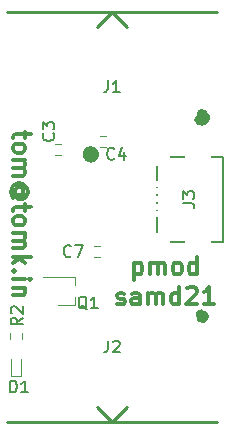
<source format=gto>
G04 #@! TF.GenerationSoftware,KiCad,Pcbnew,5.0.1*
G04 #@! TF.CreationDate,2019-04-24T11:31:07-07:00*
G04 #@! TF.ProjectId,pmod-samd21-usbu-pth,706D6F642D73616D6432312D75736275,rev?*
G04 #@! TF.SameCoordinates,PX8825afcPY9e4f580*
G04 #@! TF.FileFunction,Legend,Top*
G04 #@! TF.FilePolarity,Positive*
%FSLAX46Y46*%
G04 Gerber Fmt 4.6, Leading zero omitted, Abs format (unit mm)*
G04 Created by KiCad (PCBNEW 5.0.1) date Wed 24 Apr 2019 11:31:07 AM PDT*
%MOMM*%
%LPD*%
G01*
G04 APERTURE LIST*
%ADD10C,0.300000*%
%ADD11C,1.000000*%
%ADD12C,0.254000*%
%ADD13C,0.150000*%
%ADD14C,0.120000*%
%ADD15O,1.802000X2.642000*%
%ADD16R,1.202000X1.202000*%
%ADD17R,2.752000X0.502000*%
%ADD18C,0.652000*%
%ADD19O,2.302000X1.602000*%
%ADD20R,2.602000X1.002000*%
%ADD21R,0.702000X0.602000*%
%ADD22R,1.602000X0.552000*%
%ADD23R,0.702000X0.502000*%
%ADD24R,0.802000X0.702000*%
G04 APERTURE END LIST*
D10*
X10745328Y11411829D02*
X10745328Y9911829D01*
X10745328Y11340400D02*
X10888185Y11411829D01*
X11173900Y11411829D01*
X11316757Y11340400D01*
X11388185Y11268972D01*
X11459614Y11126115D01*
X11459614Y10697543D01*
X11388185Y10554686D01*
X11316757Y10483258D01*
X11173900Y10411829D01*
X10888185Y10411829D01*
X10745328Y10483258D01*
X12102471Y10411829D02*
X12102471Y11411829D01*
X12102471Y11268972D02*
X12173900Y11340400D01*
X12316757Y11411829D01*
X12531042Y11411829D01*
X12673900Y11340400D01*
X12745328Y11197543D01*
X12745328Y10411829D01*
X12745328Y11197543D02*
X12816757Y11340400D01*
X12959614Y11411829D01*
X13173900Y11411829D01*
X13316757Y11340400D01*
X13388185Y11197543D01*
X13388185Y10411829D01*
X14316757Y10411829D02*
X14173900Y10483258D01*
X14102471Y10554686D01*
X14031042Y10697543D01*
X14031042Y11126115D01*
X14102471Y11268972D01*
X14173900Y11340400D01*
X14316757Y11411829D01*
X14531042Y11411829D01*
X14673900Y11340400D01*
X14745328Y11268972D01*
X14816757Y11126115D01*
X14816757Y10697543D01*
X14745328Y10554686D01*
X14673900Y10483258D01*
X14531042Y10411829D01*
X14316757Y10411829D01*
X16102471Y10411829D02*
X16102471Y11911829D01*
X16102471Y10483258D02*
X15959614Y10411829D01*
X15673900Y10411829D01*
X15531042Y10483258D01*
X15459614Y10554686D01*
X15388185Y10697543D01*
X15388185Y11126115D01*
X15459614Y11268972D01*
X15531042Y11340400D01*
X15673900Y11411829D01*
X15959614Y11411829D01*
X16102471Y11340400D01*
X9316757Y7933258D02*
X9459614Y7861829D01*
X9745328Y7861829D01*
X9888185Y7933258D01*
X9959614Y8076115D01*
X9959614Y8147543D01*
X9888185Y8290400D01*
X9745328Y8361829D01*
X9531042Y8361829D01*
X9388185Y8433258D01*
X9316757Y8576115D01*
X9316757Y8647543D01*
X9388185Y8790400D01*
X9531042Y8861829D01*
X9745328Y8861829D01*
X9888185Y8790400D01*
X11245328Y7861829D02*
X11245328Y8647543D01*
X11173900Y8790400D01*
X11031042Y8861829D01*
X10745328Y8861829D01*
X10602471Y8790400D01*
X11245328Y7933258D02*
X11102471Y7861829D01*
X10745328Y7861829D01*
X10602471Y7933258D01*
X10531042Y8076115D01*
X10531042Y8218972D01*
X10602471Y8361829D01*
X10745328Y8433258D01*
X11102471Y8433258D01*
X11245328Y8504686D01*
X11959614Y7861829D02*
X11959614Y8861829D01*
X11959614Y8718972D02*
X12031042Y8790400D01*
X12173900Y8861829D01*
X12388185Y8861829D01*
X12531042Y8790400D01*
X12602471Y8647543D01*
X12602471Y7861829D01*
X12602471Y8647543D02*
X12673900Y8790400D01*
X12816757Y8861829D01*
X13031042Y8861829D01*
X13173900Y8790400D01*
X13245328Y8647543D01*
X13245328Y7861829D01*
X14602471Y7861829D02*
X14602471Y9361829D01*
X14602471Y7933258D02*
X14459614Y7861829D01*
X14173900Y7861829D01*
X14031042Y7933258D01*
X13959614Y8004686D01*
X13888185Y8147543D01*
X13888185Y8576115D01*
X13959614Y8718972D01*
X14031042Y8790400D01*
X14173900Y8861829D01*
X14459614Y8861829D01*
X14602471Y8790400D01*
X15245328Y9218972D02*
X15316757Y9290400D01*
X15459614Y9361829D01*
X15816757Y9361829D01*
X15959614Y9290400D01*
X16031042Y9218972D01*
X16102471Y9076115D01*
X16102471Y8933258D01*
X16031042Y8718972D01*
X15173900Y7861829D01*
X16102471Y7861829D01*
X17531042Y7861829D02*
X16673900Y7861829D01*
X17102471Y7861829D02*
X17102471Y9361829D01*
X16959614Y9147543D01*
X16816757Y9004686D01*
X16673900Y8933258D01*
X1540628Y22489915D02*
X1540628Y21918486D01*
X2040628Y22275629D02*
X754914Y22275629D01*
X612057Y22204200D01*
X540628Y22061343D01*
X540628Y21918486D01*
X540628Y21204200D02*
X612057Y21347058D01*
X683485Y21418486D01*
X826342Y21489915D01*
X1254914Y21489915D01*
X1397771Y21418486D01*
X1469200Y21347058D01*
X1540628Y21204200D01*
X1540628Y20989915D01*
X1469200Y20847058D01*
X1397771Y20775629D01*
X1254914Y20704200D01*
X826342Y20704200D01*
X683485Y20775629D01*
X612057Y20847058D01*
X540628Y20989915D01*
X540628Y21204200D01*
X540628Y20061343D02*
X1540628Y20061343D01*
X1397771Y20061343D02*
X1469200Y19989915D01*
X1540628Y19847058D01*
X1540628Y19632772D01*
X1469200Y19489915D01*
X1326342Y19418486D01*
X540628Y19418486D01*
X1326342Y19418486D02*
X1469200Y19347058D01*
X1540628Y19204200D01*
X1540628Y18989915D01*
X1469200Y18847058D01*
X1326342Y18775629D01*
X540628Y18775629D01*
X1254914Y17132772D02*
X1326342Y17204200D01*
X1397771Y17347058D01*
X1397771Y17489915D01*
X1326342Y17632772D01*
X1254914Y17704200D01*
X1112057Y17775629D01*
X969200Y17775629D01*
X826342Y17704200D01*
X754914Y17632772D01*
X683485Y17489915D01*
X683485Y17347058D01*
X754914Y17204200D01*
X826342Y17132772D01*
X1397771Y17132772D02*
X826342Y17132772D01*
X754914Y17061343D01*
X754914Y16989915D01*
X826342Y16847058D01*
X969200Y16775629D01*
X1326342Y16775629D01*
X1540628Y16918486D01*
X1683485Y17132772D01*
X1754914Y17418486D01*
X1683485Y17704200D01*
X1540628Y17918486D01*
X1326342Y18061343D01*
X1040628Y18132772D01*
X754914Y18061343D01*
X540628Y17918486D01*
X397771Y17704200D01*
X326342Y17418486D01*
X397771Y17132772D01*
X540628Y16918486D01*
X1540628Y16347058D02*
X1540628Y15775629D01*
X2040628Y16132772D02*
X754914Y16132772D01*
X612057Y16061343D01*
X540628Y15918486D01*
X540628Y15775629D01*
X540628Y15061343D02*
X612057Y15204200D01*
X683485Y15275629D01*
X826342Y15347058D01*
X1254914Y15347058D01*
X1397771Y15275629D01*
X1469200Y15204200D01*
X1540628Y15061343D01*
X1540628Y14847058D01*
X1469200Y14704200D01*
X1397771Y14632772D01*
X1254914Y14561343D01*
X826342Y14561343D01*
X683485Y14632772D01*
X612057Y14704200D01*
X540628Y14847058D01*
X540628Y15061343D01*
X540628Y13918486D02*
X1540628Y13918486D01*
X1397771Y13918486D02*
X1469200Y13847058D01*
X1540628Y13704200D01*
X1540628Y13489915D01*
X1469200Y13347058D01*
X1326342Y13275629D01*
X540628Y13275629D01*
X1326342Y13275629D02*
X1469200Y13204200D01*
X1540628Y13061343D01*
X1540628Y12847058D01*
X1469200Y12704200D01*
X1326342Y12632772D01*
X540628Y12632772D01*
X540628Y11918486D02*
X2040628Y11918486D01*
X1112057Y11775629D02*
X540628Y11347058D01*
X1540628Y11347058D02*
X969200Y11918486D01*
X683485Y10704200D02*
X612057Y10632772D01*
X540628Y10704200D01*
X612057Y10775629D01*
X683485Y10704200D01*
X540628Y10704200D01*
X540628Y9989915D02*
X1540628Y9989915D01*
X2040628Y9989915D02*
X1969200Y10061343D01*
X1897771Y9989915D01*
X1969200Y9918486D01*
X2040628Y9989915D01*
X1897771Y9989915D01*
X1540628Y9275629D02*
X540628Y9275629D01*
X1397771Y9275629D02*
X1469200Y9204200D01*
X1540628Y9061343D01*
X1540628Y8847058D01*
X1469200Y8704200D01*
X1326342Y8632772D01*
X540628Y8632772D01*
D11*
G04 #@! TO.C,J2*
X16589300Y6850000D02*
G75*
G03X16589300Y6850000I-100000J0D01*
G01*
D12*
X8889300Y-2100000D02*
X7619300Y-830000D01*
X10159300Y-830000D02*
X8889300Y-2100000D01*
X8889300Y-2100000D02*
X-700Y-2100000D01*
X17779300Y-2100000D02*
X8889300Y-2100000D01*
G04 #@! TO.C,J1*
X-700Y32650000D02*
X8889300Y32650000D01*
X8889300Y32650000D02*
X17779300Y32650000D01*
X7619300Y31380000D02*
X8889300Y32650000D01*
X8889300Y32650000D02*
X10159300Y31380000D01*
D11*
X16689300Y23700000D02*
G75*
G03X16689300Y23700000I-200000J0D01*
G01*
D13*
G04 #@! TO.C,J3*
X18310860Y13182620D02*
X18310860Y20382620D01*
X18310860Y13182620D02*
X12660860Y13182620D01*
X12660860Y13182620D02*
X12660860Y20382620D01*
X12660860Y20382620D02*
X18310860Y20382620D01*
D11*
G04 #@! TO.C,JP2*
X7299300Y20575000D02*
G75*
G03X7299300Y20575000I-200000J0D01*
G01*
D14*
G04 #@! TO.C,C3*
X4555300Y21436000D02*
X4055300Y21436000D01*
X4055300Y20496000D02*
X4555300Y20496000D01*
G04 #@! TO.C,C4*
X7874605Y21219392D02*
X8374605Y21219392D01*
X8374605Y22159392D02*
X7874605Y22159392D01*
G04 #@! TO.C,C7*
X7399300Y11860000D02*
X7899300Y11860000D01*
X7899300Y12800000D02*
X7399300Y12800000D01*
G04 #@! TO.C,Q1*
X5764200Y8515300D02*
X5764200Y7855300D01*
X5764200Y10185300D02*
X5764200Y9515300D01*
X5764200Y10175300D02*
X3029200Y10175300D01*
X4354200Y7855300D02*
X5764200Y7855300D01*
G04 #@! TO.C,R2*
X219300Y5468000D02*
X219300Y4968000D01*
X1279300Y4968000D02*
X1279300Y5468000D01*
G04 #@! TO.C,D1*
X312000Y1766100D02*
X1212000Y1766100D01*
X1212000Y1766100D02*
X1212000Y3216100D01*
X312000Y1766100D02*
X312000Y3216100D01*
G04 #@! TO.C,J2*
D13*
X8555966Y4797620D02*
X8555966Y4083334D01*
X8508347Y3940477D01*
X8413109Y3845239D01*
X8270252Y3797620D01*
X8175014Y3797620D01*
X8984538Y4702381D02*
X9032157Y4750000D01*
X9127395Y4797620D01*
X9365490Y4797620D01*
X9460728Y4750000D01*
X9508347Y4702381D01*
X9555966Y4607143D01*
X9555966Y4511905D01*
X9508347Y4369048D01*
X8936919Y3797620D01*
X9555966Y3797620D01*
G04 #@! TO.C,J1*
X8555966Y26847620D02*
X8555966Y26133334D01*
X8508347Y25990477D01*
X8413109Y25895239D01*
X8270252Y25847620D01*
X8175014Y25847620D01*
X9555966Y25847620D02*
X8984538Y25847620D01*
X9270252Y25847620D02*
X9270252Y26847620D01*
X9175014Y26704762D01*
X9079776Y26609524D01*
X8984538Y26561905D01*
G04 #@! TO.C,J3*
X14863240Y16449287D02*
X15577526Y16449287D01*
X15720383Y16401668D01*
X15815621Y16306430D01*
X15863240Y16163573D01*
X15863240Y16068335D01*
X14863240Y16830240D02*
X14863240Y17449287D01*
X15244193Y17115954D01*
X15244193Y17258811D01*
X15291812Y17354049D01*
X15339431Y17401668D01*
X15434669Y17449287D01*
X15672764Y17449287D01*
X15768002Y17401668D01*
X15815621Y17354049D01*
X15863240Y17258811D01*
X15863240Y16973097D01*
X15815621Y16877859D01*
X15768002Y16830240D01*
G04 #@! TO.C,C3*
X3925842Y22348734D02*
X3973461Y22301115D01*
X4021080Y22158258D01*
X4021080Y22063020D01*
X3973461Y21920162D01*
X3878223Y21824924D01*
X3782985Y21777305D01*
X3592509Y21729686D01*
X3449652Y21729686D01*
X3259176Y21777305D01*
X3163938Y21824924D01*
X3068700Y21920162D01*
X3021080Y22063020D01*
X3021080Y22158258D01*
X3068700Y22301115D01*
X3116319Y22348734D01*
X3021080Y22682067D02*
X3021080Y23301115D01*
X3402033Y22967781D01*
X3402033Y23110639D01*
X3449652Y23205877D01*
X3497271Y23253496D01*
X3592509Y23301115D01*
X3830604Y23301115D01*
X3925842Y23253496D01*
X3973461Y23205877D01*
X4021080Y23110639D01*
X4021080Y22824924D01*
X3973461Y22729686D01*
X3925842Y22682067D01*
G04 #@! TO.C,C4*
X9091633Y20227858D02*
X9044014Y20180239D01*
X8901157Y20132620D01*
X8805919Y20132620D01*
X8663061Y20180239D01*
X8567823Y20275477D01*
X8520204Y20370715D01*
X8472585Y20561191D01*
X8472585Y20704048D01*
X8520204Y20894524D01*
X8567823Y20989762D01*
X8663061Y21085000D01*
X8805919Y21132620D01*
X8901157Y21132620D01*
X9044014Y21085000D01*
X9091633Y21037381D01*
X9948776Y20799286D02*
X9948776Y20132620D01*
X9710680Y21180239D02*
X9472585Y20465953D01*
X10091633Y20465953D01*
G04 #@! TO.C,C7*
X5408633Y11972858D02*
X5361014Y11925239D01*
X5218157Y11877620D01*
X5122919Y11877620D01*
X4980061Y11925239D01*
X4884823Y12020477D01*
X4837204Y12115715D01*
X4789585Y12306191D01*
X4789585Y12449048D01*
X4837204Y12639524D01*
X4884823Y12734762D01*
X4980061Y12830000D01*
X5122919Y12877620D01*
X5218157Y12877620D01*
X5361014Y12830000D01*
X5408633Y12782381D01*
X5741966Y12877620D02*
X6408633Y12877620D01*
X5980061Y11877620D01*
G04 #@! TO.C,Q1*
X6775461Y7438981D02*
X6680223Y7486600D01*
X6584985Y7581839D01*
X6442128Y7724696D01*
X6346890Y7772315D01*
X6251652Y7772315D01*
X6299271Y7534220D02*
X6204033Y7581839D01*
X6108795Y7677077D01*
X6061176Y7867553D01*
X6061176Y8200886D01*
X6108795Y8391362D01*
X6204033Y8486600D01*
X6299271Y8534220D01*
X6489747Y8534220D01*
X6584985Y8486600D01*
X6680223Y8391362D01*
X6727842Y8200886D01*
X6727842Y7867553D01*
X6680223Y7677077D01*
X6584985Y7581839D01*
X6489747Y7534220D01*
X6299271Y7534220D01*
X7680223Y7534220D02*
X7108795Y7534220D01*
X7394509Y7534220D02*
X7394509Y8534220D01*
X7299271Y8391362D01*
X7204033Y8296124D01*
X7108795Y8248505D01*
G04 #@! TO.C,R2*
X1315980Y6753134D02*
X839790Y6419800D01*
X1315980Y6181705D02*
X315980Y6181705D01*
X315980Y6562658D01*
X363600Y6657896D01*
X411219Y6705515D01*
X506457Y6753134D01*
X649314Y6753134D01*
X744552Y6705515D01*
X792171Y6657896D01*
X839790Y6562658D01*
X839790Y6181705D01*
X411219Y7134086D02*
X363600Y7181705D01*
X315980Y7276943D01*
X315980Y7515039D01*
X363600Y7610277D01*
X411219Y7657896D01*
X506457Y7705515D01*
X601695Y7705515D01*
X744552Y7657896D01*
X1315980Y7086467D01*
X1315980Y7705515D01*
G04 #@! TO.C,D1*
X265204Y422220D02*
X265204Y1422220D01*
X503300Y1422220D01*
X646157Y1374600D01*
X741395Y1279362D01*
X789014Y1184124D01*
X836633Y993648D01*
X836633Y850791D01*
X789014Y660315D01*
X741395Y565077D01*
X646157Y469839D01*
X503300Y422220D01*
X265204Y422220D01*
X1789014Y422220D02*
X1217585Y422220D01*
X1503300Y422220D02*
X1503300Y1422220D01*
X1408061Y1279362D01*
X1312823Y1184124D01*
X1217585Y1136505D01*
G04 #@! TD*
%LPC*%
D15*
G04 #@! TO.C,J2*
X2539300Y2580000D03*
X2539300Y5920000D03*
X5079300Y2580000D03*
X5079300Y5920000D03*
X7619300Y2580000D03*
X7619300Y5920000D03*
X10159300Y2580000D03*
X10159300Y5920000D03*
X12699300Y2580000D03*
X12699300Y5920000D03*
X15239300Y2580000D03*
X15239300Y5920000D03*
G04 #@! TD*
G04 #@! TO.C,J1*
X2539300Y24630000D03*
X2539300Y27970000D03*
X5079300Y24630000D03*
X5079300Y27970000D03*
X7619300Y24630000D03*
X7619300Y27970000D03*
X10159300Y24630000D03*
X10159300Y27970000D03*
X12699300Y24630000D03*
X12699300Y27970000D03*
X15239300Y24630000D03*
X15239300Y27970000D03*
G04 #@! TD*
D16*
G04 #@! TO.C,J3*
X17310860Y15282620D03*
X17310860Y18282620D03*
D17*
X12750860Y16782620D03*
D18*
X14010860Y14782620D03*
X14010860Y18782620D03*
D17*
X12750860Y16132620D03*
X12750860Y15482620D03*
X12750860Y17432620D03*
X12750860Y18082620D03*
D19*
X16160860Y13182620D03*
X16160860Y20382620D03*
X12690860Y20382620D03*
X12690860Y13182620D03*
G04 #@! TD*
D20*
G04 #@! TO.C,JP2*
X3289300Y14235000D03*
X7099300Y14235000D03*
X3289300Y15505000D03*
X7099300Y15505000D03*
X3289300Y16775000D03*
X7099300Y16775000D03*
X3289300Y18045000D03*
X7099300Y18045000D03*
X3289300Y19315000D03*
X7099300Y19315000D03*
G04 #@! TD*
D21*
G04 #@! TO.C,C3*
X3755300Y20966000D03*
X4855300Y20966000D03*
G04 #@! TD*
G04 #@! TO.C,C4*
X8674605Y21689392D03*
X7574605Y21689392D03*
G04 #@! TD*
G04 #@! TO.C,C7*
X8199300Y12330000D03*
X7099300Y12330000D03*
G04 #@! TD*
D22*
G04 #@! TO.C,Q1*
X3699200Y9665300D03*
X3699200Y8365300D03*
X6359200Y9015300D03*
G04 #@! TD*
D23*
G04 #@! TO.C,R2*
X749300Y4768000D03*
X749300Y5668000D03*
G04 #@! TD*
D24*
G04 #@! TO.C,D1*
X762000Y3266100D03*
X762000Y2166100D03*
G04 #@! TD*
M02*

</source>
